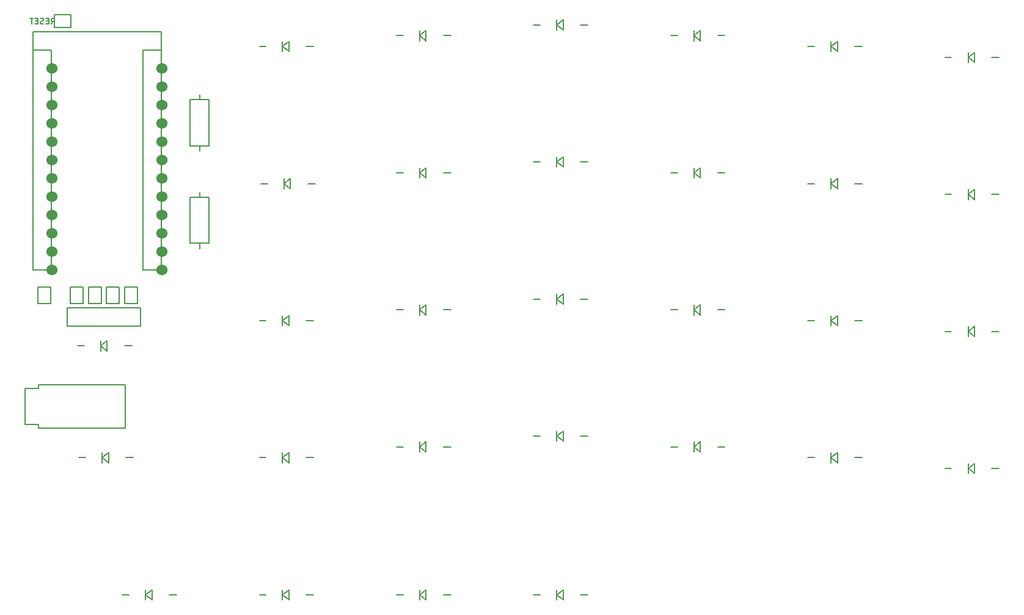
<source format=gbo>
%TF.GenerationSoftware,KiCad,Pcbnew,8.0.0-8.0.0-1~ubuntu23.10.1*%
%TF.CreationDate,2024-03-08T09:57:00+02:00*%
%TF.ProjectId,reversible,72657665-7273-4696-926c-652e6b696361,rev?*%
%TF.SameCoordinates,Original*%
%TF.FileFunction,Legend,Bot*%
%TF.FilePolarity,Positive*%
%FSLAX46Y46*%
G04 Gerber Fmt 4.6, Leading zero omitted, Abs format (unit mm)*
G04 Created by KiCad (PCBNEW 8.0.0-8.0.0-1~ubuntu23.10.1) date 2024-03-08 09:57:00*
%MOMM*%
%LPD*%
G01*
G04 APERTURE LIST*
%ADD10C,0.150000*%
%ADD11C,1.524000*%
G04 APERTURE END LIST*
D10*
X58925874Y-46868216D02*
X59196807Y-46481169D01*
X59390331Y-46868216D02*
X59390331Y-46055416D01*
X59390331Y-46055416D02*
X59080693Y-46055416D01*
X59080693Y-46055416D02*
X59003283Y-46094121D01*
X59003283Y-46094121D02*
X58964578Y-46132826D01*
X58964578Y-46132826D02*
X58925874Y-46210235D01*
X58925874Y-46210235D02*
X58925874Y-46326350D01*
X58925874Y-46326350D02*
X58964578Y-46403759D01*
X58964578Y-46403759D02*
X59003283Y-46442464D01*
X59003283Y-46442464D02*
X59080693Y-46481169D01*
X59080693Y-46481169D02*
X59390331Y-46481169D01*
X58577531Y-46442464D02*
X58306597Y-46442464D01*
X58190483Y-46868216D02*
X58577531Y-46868216D01*
X58577531Y-46868216D02*
X58577531Y-46055416D01*
X58577531Y-46055416D02*
X58190483Y-46055416D01*
X57880845Y-46829512D02*
X57764731Y-46868216D01*
X57764731Y-46868216D02*
X57571207Y-46868216D01*
X57571207Y-46868216D02*
X57493798Y-46829512D01*
X57493798Y-46829512D02*
X57455093Y-46790807D01*
X57455093Y-46790807D02*
X57416388Y-46713397D01*
X57416388Y-46713397D02*
X57416388Y-46635988D01*
X57416388Y-46635988D02*
X57455093Y-46558578D01*
X57455093Y-46558578D02*
X57493798Y-46519873D01*
X57493798Y-46519873D02*
X57571207Y-46481169D01*
X57571207Y-46481169D02*
X57726026Y-46442464D01*
X57726026Y-46442464D02*
X57803436Y-46403759D01*
X57803436Y-46403759D02*
X57842141Y-46365054D01*
X57842141Y-46365054D02*
X57880845Y-46287645D01*
X57880845Y-46287645D02*
X57880845Y-46210235D01*
X57880845Y-46210235D02*
X57842141Y-46132826D01*
X57842141Y-46132826D02*
X57803436Y-46094121D01*
X57803436Y-46094121D02*
X57726026Y-46055416D01*
X57726026Y-46055416D02*
X57532503Y-46055416D01*
X57532503Y-46055416D02*
X57416388Y-46094121D01*
X57068046Y-46442464D02*
X56797112Y-46442464D01*
X56680998Y-46868216D02*
X57068046Y-46868216D01*
X57068046Y-46868216D02*
X57068046Y-46055416D01*
X57068046Y-46055416D02*
X56680998Y-46055416D01*
X56448770Y-46055416D02*
X55984313Y-46055416D01*
X56216541Y-46868216D02*
X56216541Y-46055416D01*
%TO.C,D22*%
X164700000Y-69002540D02*
X163800000Y-69002540D01*
X167000000Y-68302540D02*
X167000000Y-69702540D01*
X167000000Y-69002540D02*
X167900000Y-68302540D01*
X167900000Y-68302540D02*
X167900000Y-69702540D01*
X167900000Y-69702540D02*
X167000000Y-69002540D01*
X170300000Y-69002540D02*
X171300000Y-69002540D01*
%TO.C,D6*%
X107700000Y-48500000D02*
X106800000Y-48500000D01*
X110000000Y-47800000D02*
X110000000Y-49200000D01*
X110000000Y-48500000D02*
X110900000Y-47800000D01*
X110900000Y-47800000D02*
X110900000Y-49200000D01*
X110900000Y-49200000D02*
X110000000Y-48500000D01*
X113300000Y-48500000D02*
X114300000Y-48500000D01*
%TO.C,D15*%
X88700000Y-126000000D02*
X87800000Y-126000000D01*
X91000000Y-125300000D02*
X91000000Y-126700000D01*
X91000000Y-126000000D02*
X91900000Y-125300000D01*
X91900000Y-125300000D02*
X91900000Y-126700000D01*
X91900000Y-126700000D02*
X91000000Y-126000000D01*
X94300000Y-126000000D02*
X95300000Y-126000000D01*
%TO.C,D24*%
X164700000Y-107000000D02*
X163800000Y-107000000D01*
X167000000Y-106300000D02*
X167000000Y-107700000D01*
X167000000Y-107000000D02*
X167900000Y-106300000D01*
X167900000Y-106300000D02*
X167900000Y-107700000D01*
X167900000Y-107700000D02*
X167000000Y-107000000D01*
X170300000Y-107000000D02*
X171300000Y-107000000D01*
%TO.C,D10*%
X69700000Y-126002540D02*
X68800000Y-126002540D01*
X72000000Y-125302540D02*
X72000000Y-126702540D01*
X72000001Y-126002540D02*
X72900000Y-125302540D01*
X72900000Y-125302540D02*
X72900000Y-126702540D01*
X72900000Y-126702540D02*
X72000001Y-126002540D01*
X75300000Y-126002540D02*
X76300000Y-126002540D01*
%TO.C,D4*%
X88700000Y-107002540D02*
X87800000Y-107002540D01*
X91000000Y-106302540D02*
X91000000Y-107702540D01*
X91000000Y-107002540D02*
X91900000Y-106302540D01*
X91900000Y-106302540D02*
X91900000Y-107702540D01*
X91900000Y-107702540D02*
X91000000Y-107002540D01*
X94300000Y-107002540D02*
X95300000Y-107002540D01*
%TO.C,D19*%
X145700000Y-105502540D02*
X144800000Y-105502540D01*
X148000000Y-104802540D02*
X148000000Y-106202540D01*
X148000000Y-105502540D02*
X148900000Y-104802540D01*
X148900000Y-104802540D02*
X148900000Y-106202540D01*
X148900000Y-106202540D02*
X148000000Y-105502540D01*
X151300000Y-105502540D02*
X152300000Y-105502540D01*
%TO.C,D9*%
X107700000Y-105502540D02*
X106800000Y-105502540D01*
X110000000Y-104802540D02*
X110000000Y-106202540D01*
X110000000Y-105502540D02*
X110900000Y-104802540D01*
X110900000Y-104802540D02*
X110900000Y-106202540D01*
X110900000Y-106202540D02*
X110000000Y-105502540D01*
X113300000Y-105502540D02*
X114300000Y-105502540D01*
%TO.C,D17*%
X145700000Y-67500000D02*
X144800000Y-67500000D01*
X148000000Y-66800000D02*
X148000000Y-68200000D01*
X148000000Y-67500000D02*
X148900000Y-66800000D01*
X148900000Y-66800000D02*
X148900000Y-68200000D01*
X148900000Y-68200000D02*
X148000000Y-67500000D01*
X151300000Y-67500000D02*
X152300000Y-67500000D01*
%TO.C,D16*%
X145700000Y-48500000D02*
X144800000Y-48500000D01*
X148000000Y-47800000D02*
X148000000Y-49200000D01*
X148000000Y-48500000D02*
X148900000Y-47800000D01*
X148900000Y-47800000D02*
X148900000Y-49200000D01*
X148900000Y-49200000D02*
X148000000Y-48500000D01*
X151300000Y-48500000D02*
X152300000Y-48500000D01*
%TO.C,D2*%
X88900000Y-69000000D02*
X88000000Y-69000000D01*
X91200000Y-68300000D02*
X91200000Y-69700000D01*
X91200000Y-69000000D02*
X92100000Y-68300000D01*
X92100000Y-68300000D02*
X92100000Y-69700000D01*
X92100000Y-69700000D02*
X91200000Y-69000000D01*
X94500000Y-69000000D02*
X95500000Y-69000000D01*
%TO.C,P1*%
X61190000Y-86229620D02*
X71350000Y-86229620D01*
X61190000Y-88769620D02*
X61190000Y-86229620D01*
X71350000Y-86229620D02*
X71350000Y-88769620D01*
X71350000Y-88769620D02*
X61190000Y-88769620D01*
%TO.C,D12*%
X126700000Y-66000000D02*
X125800000Y-66000000D01*
X129000000Y-65300000D02*
X129000000Y-66700000D01*
X129000000Y-66000000D02*
X129900000Y-65300000D01*
X129900000Y-65300000D02*
X129900000Y-66700000D01*
X129900000Y-66700000D02*
X129000000Y-66000000D01*
X132300000Y-66000000D02*
X133300000Y-66000000D01*
%TO.C,D18*%
X145700000Y-86500000D02*
X144800000Y-86500000D01*
X148000000Y-85800000D02*
X148000000Y-87200000D01*
X148000000Y-86500000D02*
X148900000Y-85800000D01*
X148900000Y-85800000D02*
X148900000Y-87200000D01*
X148900000Y-87200000D02*
X148000000Y-86500000D01*
X151300000Y-86500000D02*
X152300000Y-86500000D01*
%TO.C,D5*%
X63700000Y-107000000D02*
X62800000Y-107000000D01*
X66000000Y-106300000D02*
X66000000Y-107700000D01*
X66000000Y-107000000D02*
X66900000Y-106300000D01*
X66900000Y-106300000D02*
X66900000Y-107700000D01*
X66900000Y-107700000D02*
X66000000Y-107000000D01*
X69300000Y-107000000D02*
X70300000Y-107000000D01*
%TO.C,D11*%
X126700000Y-47000000D02*
X125800000Y-47000000D01*
X129000000Y-46300000D02*
X129000000Y-47700000D01*
X129000000Y-47000000D02*
X129900000Y-46300000D01*
X129900000Y-46300000D02*
X129900000Y-47700000D01*
X129900000Y-47700000D02*
X129000000Y-47000000D01*
X132300000Y-47000000D02*
X133300000Y-47000000D01*
%TO.C,D28*%
X183700000Y-89500000D02*
X182800000Y-89500000D01*
X186000000Y-88800000D02*
X186000000Y-90200000D01*
X186000000Y-89500000D02*
X186900000Y-88800000D01*
X186900000Y-88800000D02*
X186900000Y-90200000D01*
X186900000Y-90200000D02*
X186000000Y-89500000D01*
X189300000Y-89500000D02*
X190300000Y-89500000D01*
%TO.C,D27*%
X183700000Y-70502540D02*
X182800000Y-70502540D01*
X186000000Y-69802540D02*
X186000000Y-71202540D01*
X186000000Y-70502540D02*
X186900000Y-69802540D01*
X186900000Y-69802540D02*
X186900000Y-71202540D01*
X186900000Y-71202540D02*
X186000000Y-70502540D01*
X189300000Y-70502540D02*
X190300000Y-70502540D01*
%TO.C,D25*%
X126700000Y-126000000D02*
X125800000Y-126000000D01*
X129000000Y-125300000D02*
X129000000Y-126700000D01*
X129000000Y-126000000D02*
X129900000Y-125300000D01*
X129900000Y-125300000D02*
X129900000Y-126700000D01*
X129900000Y-126700000D02*
X129000000Y-126000000D01*
X132300000Y-126000000D02*
X133300000Y-126000000D01*
%TO.C,D21*%
X164700000Y-50000000D02*
X163800000Y-50000000D01*
X167000000Y-49300000D02*
X167000000Y-50700000D01*
X167000000Y-50000000D02*
X167900000Y-49300000D01*
X167900000Y-49300000D02*
X167900000Y-50700000D01*
X167900000Y-50700000D02*
X167000000Y-50000000D01*
X170300000Y-50000000D02*
X171300000Y-50000000D01*
%TO.C,C1*%
X78200000Y-57380000D02*
X80800000Y-57380000D01*
X78200000Y-63780000D02*
X78200000Y-57380000D01*
X79500000Y-57380000D02*
X79500000Y-56680000D01*
X79500000Y-64480000D02*
X79500000Y-63780000D01*
X80800000Y-57380000D02*
X80800000Y-63780000D01*
X80800000Y-63780000D02*
X78200000Y-63780000D01*
%TO.C,U1*%
X56431185Y-47994255D02*
X74211185Y-47994255D01*
X56431185Y-50534255D02*
X58971185Y-50534255D01*
X56431185Y-81014255D02*
X56431185Y-47994255D01*
X56431185Y-81014255D02*
X56431185Y-50534255D01*
X58971185Y-50534255D02*
X58971185Y-81014255D01*
X58971185Y-81014255D02*
X56431185Y-81014255D01*
X71671185Y-50534255D02*
X74211185Y-50534255D01*
X71671185Y-81014255D02*
X71671185Y-50534255D01*
X74211185Y-47994255D02*
X74211185Y-81014255D01*
X74211185Y-50534255D02*
X74211185Y-81014255D01*
X74211185Y-81014255D02*
X71671185Y-81014255D01*
%TO.C,D26*%
X183700000Y-51502540D02*
X182800000Y-51502540D01*
X186000000Y-50802540D02*
X186000000Y-52202540D01*
X186000000Y-51502540D02*
X186900000Y-50802540D01*
X186900000Y-50802540D02*
X186900000Y-52202540D01*
X186900000Y-52202540D02*
X186000000Y-51502540D01*
X189300000Y-51502540D02*
X190300000Y-51502540D01*
%TO.C,D29*%
X183700000Y-108502540D02*
X182800000Y-108502540D01*
X186000000Y-107802540D02*
X186000000Y-109202540D01*
X186000000Y-108502540D02*
X186900000Y-107802540D01*
X186900000Y-107802540D02*
X186900000Y-109202540D01*
X186900000Y-109202540D02*
X186000000Y-108502540D01*
X189300000Y-108502540D02*
X190300000Y-108502540D01*
%TO.C,D7*%
X107700000Y-67502540D02*
X106800000Y-67502540D01*
X110000000Y-66802540D02*
X110000000Y-68202540D01*
X110000000Y-67502540D02*
X110900000Y-66802540D01*
X110900000Y-66802540D02*
X110900000Y-68202540D01*
X110900000Y-68202540D02*
X110000000Y-67502540D01*
X113300000Y-67502540D02*
X114300000Y-67502540D01*
%TO.C,D30*%
X63500000Y-91500000D02*
X62600000Y-91500000D01*
X65800000Y-90800000D02*
X65800000Y-92200000D01*
X65800000Y-91500000D02*
X66700000Y-90800000D01*
X66700000Y-90800000D02*
X66700000Y-92200000D01*
X66700000Y-92200000D02*
X65800000Y-91500000D01*
X69100000Y-91500000D02*
X70100000Y-91500000D01*
%TO.C,D14*%
X126700000Y-104000000D02*
X125800000Y-104000000D01*
X129000000Y-103300000D02*
X129000000Y-104700000D01*
X129000000Y-104000000D02*
X129900000Y-103300000D01*
X129900000Y-103300000D02*
X129900000Y-104700000D01*
X129900000Y-104700000D02*
X129000000Y-104000000D01*
X132300000Y-104000000D02*
X133300000Y-104000000D01*
%TO.C,D8*%
X107700000Y-86502540D02*
X106800000Y-86502540D01*
X110000000Y-85802540D02*
X110000000Y-87202540D01*
X110000000Y-86502540D02*
X110900000Y-85802540D01*
X110900000Y-85802540D02*
X110900000Y-87202540D01*
X110900000Y-87202540D02*
X110000000Y-86502540D01*
X113300000Y-86502540D02*
X114300000Y-86502540D01*
%TO.C,J1*%
X55300000Y-102325000D02*
X55300000Y-97375000D01*
X57200000Y-96875000D02*
X57200000Y-97375000D01*
X57200000Y-96875000D02*
X69200000Y-96875000D01*
X57200000Y-97375000D02*
X55300000Y-97375000D01*
X57200000Y-102375000D02*
X55300000Y-102375000D01*
X57200000Y-102875000D02*
X57200000Y-102375000D01*
X69200000Y-96875000D02*
X69200000Y-102875000D01*
X69200000Y-102875000D02*
X57200000Y-102875000D01*
%TO.C,D20*%
X107700000Y-126000000D02*
X106800000Y-126000000D01*
X110000000Y-125300000D02*
X110000000Y-126700000D01*
X110000000Y-126000000D02*
X110900000Y-125300000D01*
X110900000Y-125300000D02*
X110900000Y-126700000D01*
X110900000Y-126700000D02*
X110000000Y-126000000D01*
X113300000Y-126000000D02*
X114300000Y-126000000D01*
%TO.C,C2*%
X78200000Y-70880000D02*
X80800000Y-70880000D01*
X78200000Y-77280000D02*
X78200000Y-70880000D01*
X79500000Y-70880000D02*
X79500000Y-70180000D01*
X79500000Y-77980000D02*
X79500000Y-77280000D01*
X80800000Y-70880000D02*
X80800000Y-77280000D01*
X80800000Y-77280000D02*
X78200000Y-77280000D01*
%TO.C,D1*%
X88700000Y-50000000D02*
X87800000Y-50000000D01*
X91000000Y-49300000D02*
X91000000Y-50700000D01*
X91000000Y-50000000D02*
X91900000Y-49300000D01*
X91900000Y-49300000D02*
X91900000Y-50700000D01*
X91900000Y-50700000D02*
X91000000Y-50000000D01*
X94300000Y-50000000D02*
X95300000Y-50000000D01*
%TO.C,D3*%
X88700000Y-88002540D02*
X87800000Y-88002540D01*
X91000000Y-87302540D02*
X91000000Y-88702540D01*
X91000000Y-88002540D02*
X91900000Y-87302540D01*
X91900000Y-87302540D02*
X91900000Y-88702540D01*
X91900000Y-88702540D02*
X91000000Y-88002540D01*
X94300000Y-88002540D02*
X95300000Y-88002540D01*
%TO.C,D23*%
X164700000Y-88000000D02*
X163800000Y-88000000D01*
X167000000Y-87300000D02*
X167000000Y-88700000D01*
X167000000Y-88000000D02*
X167900000Y-87300000D01*
X167900000Y-87300000D02*
X167900000Y-88700000D01*
X167900000Y-88700000D02*
X167000000Y-88000000D01*
X170300000Y-88000000D02*
X171300000Y-88000000D01*
%TO.C,D13*%
X126700000Y-85002540D02*
X125800000Y-85002540D01*
X129000000Y-84302540D02*
X129000000Y-85702540D01*
X129000000Y-85002540D02*
X129900000Y-84302540D01*
X129900000Y-84302540D02*
X129900000Y-85702540D01*
X129900000Y-85702540D02*
X129000000Y-85002540D01*
X132300000Y-85002540D02*
X133300000Y-85002540D01*
%TO.C,JP8*%
X64111000Y-83357000D02*
X65889000Y-83357000D01*
X64111000Y-85643000D02*
X64111000Y-83357000D01*
X65889000Y-83357000D02*
X65889000Y-85643000D01*
X65889000Y-85643000D02*
X64111000Y-85643000D01*
%TO.C,JP1*%
X59357380Y-45611000D02*
X61643380Y-45611000D01*
X59357380Y-47389000D02*
X59357380Y-45611000D01*
X61643380Y-45611000D02*
X61643380Y-47389000D01*
X61643380Y-47389000D02*
X59357380Y-47389000D01*
%TO.C,JP10*%
X69111000Y-83356240D02*
X70889000Y-83356240D01*
X69111000Y-85642240D02*
X69111000Y-83356240D01*
X70889000Y-83356240D02*
X70889000Y-85642240D01*
X70889000Y-85642240D02*
X69111000Y-85642240D01*
%TO.C,JP12*%
X57111000Y-83356620D02*
X58889000Y-83356620D01*
X57111000Y-85642620D02*
X57111000Y-83356620D01*
X58889000Y-83356620D02*
X58889000Y-85642620D01*
X58889000Y-85642620D02*
X57111000Y-85642620D01*
%TO.C,JP7*%
X61611000Y-83357380D02*
X63389000Y-83357380D01*
X61611000Y-85643380D02*
X61611000Y-83357380D01*
X63389000Y-83357380D02*
X63389000Y-85643380D01*
X63389000Y-85643380D02*
X61611000Y-85643380D01*
%TO.C,JP9*%
X66611000Y-83356620D02*
X68389000Y-83356620D01*
X66611000Y-85642620D02*
X66611000Y-83356620D01*
X68389000Y-83356620D02*
X68389000Y-85642620D01*
X68389000Y-85642620D02*
X66611000Y-85642620D01*
%TD*%
D11*
%TO.C,U1*%
X74240000Y-53000000D03*
X74240000Y-55540000D03*
X74240000Y-58080000D03*
X74240000Y-60620000D03*
X74240000Y-63160000D03*
X74240000Y-65700000D03*
X74240000Y-68240000D03*
X74240000Y-70780000D03*
X74240000Y-73320000D03*
X74240000Y-75860000D03*
X74240000Y-78400000D03*
X74240000Y-80940000D03*
X59000000Y-80940000D03*
X59000000Y-78400000D03*
X59000000Y-75860000D03*
X59000000Y-73320000D03*
X59000000Y-70780000D03*
X59000000Y-68240000D03*
X59000000Y-65700000D03*
X59000000Y-63160000D03*
X59000000Y-60620000D03*
X59000000Y-58080000D03*
X59000000Y-55540000D03*
X59000000Y-53000000D03*
%TD*%
M02*

</source>
